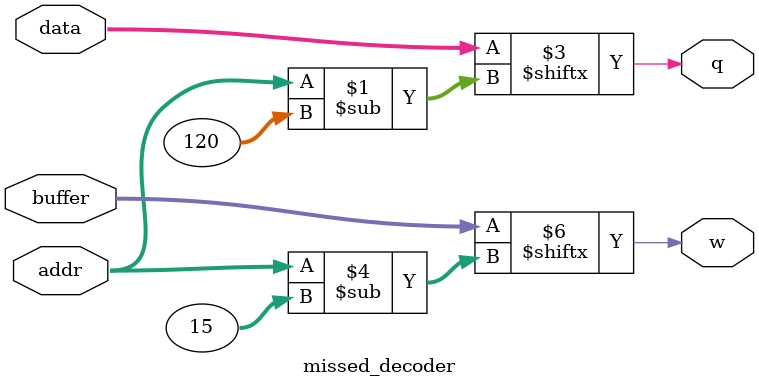
<source format=v>
module missed_decoder
(
   input [3:0] addr,
   input [127:120] data,
   input [16:15] buffer,
   output q, w
);
   assign q = data[addr]; // Note: always - X result
   assign w = buffer[addr]; // Note: pass single matched value [15], or 1'bx (1'b0 during synthesis)

endmodule

</source>
